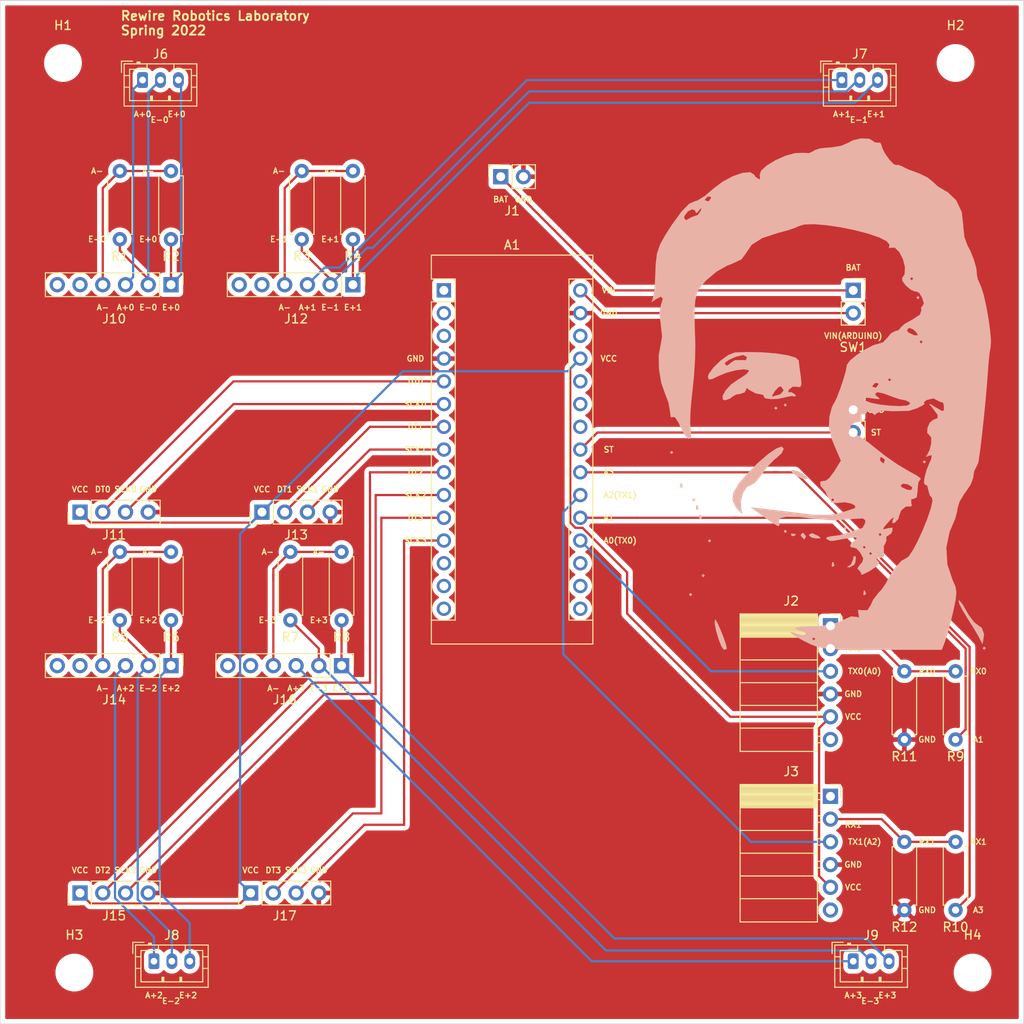
<source format=kicad_pcb>
(kicad_pcb (version 20171130) (host pcbnew "(5.1.9)-1")
  (layers (0 F.Cu signal) (31 B.Cu signal) (34 B.Paste user) (35 F.Paste user) (36 B.SilkS user) (37 F.SilkS user) (38 B.Mask user) (39 F.Mask user) (44 Edge.Cuts user))
  (net 0 "")
  (net 1 GND)
  (net 2 VCC)
  (net 3 /DT0)
  (net 4 /SCK0)
  (net 5 /SCK1)
  (net 6 /DT1)
  (net 7 /DT2)
  (net 8 /SCK2)
  (net 9 /DT3)
  (net 10 /SCK3)
  (net 11 /E+0)
  (net 12 /E-0)
  (net 13 /A+0)
  (net 14 /A+1)
  (net 15 /E-1)
  (net 16 /E+1)
  (net 17 /E+2)
  (net 18 /E-2)
  (net 19 /A+2)
  (net 20 /A+3)
  (net 21 /E-3)
  (net 22 /E+3)
  (net 23 /Sheet61D3CBFB/A-)
  (net 24 /sheet61D4E250/A-)
  (net 25 /sheet61D4EE5D/A-)
  (net 26 /sheet61D4FC90/A-)
  (net 27 "Net-(J12-Pad6)")
  (net 28 "Net-(J12-Pad5)")
  (net 29 "Net-(J14-Pad6)")
  (net 30 "Net-(J14-Pad5)")
  (net 31 "Net-(J16-Pad6)")
  (net 32 "Net-(J16-Pad5)")
  (net 33 "Net-(A1-Pad16)")
  (net 34 "Net-(A1-Pad15)")
  (net 35 "Net-(A1-Pad14)")
  (net 36 "Net-(A1-Pad13)")
  (net 37 "Net-(A1-Pad28)")
  (net 38 "Net-(A1-Pad26)")
  (net 39 "Net-(A1-Pad25)")
  (net 40 "Net-(A1-Pad24)")
  (net 41 "Net-(A1-Pad3)")
  (net 42 "Net-(A1-Pad18)")
  (net 43 "Net-(A1-Pad2)")
  (net 44 "Net-(A1-Pad17)")
  (net 45 "Net-(A1-Pad1)")
  (net 46 "Net-(J2-Pad6)")
  (net 47 "Net-(J2-Pad1)")
  (net 48 "Net-(J3-Pad6)")
  (net 49 "Net-(J3-Pad1)")
  (net 50 "Net-(#U1-PadB+)")
  (net 51 "Net-(#U1-PadB)")
  (net 52 /A3)
  (net 53 /A1)
  (net 54 /TX1)
  (net 55 /TX0)
  (net 56 /RX0)
  (net 57 /RX1)
  (net 58 /ST)
  (net 59 /VIN)
  (net 60 BAT)
  (module Connector_PinSocket_2.54mm:PinSocket_1x02_P2.54mm_Vertical (layer F.Cu) (at 107.315 44.45)
    (fp_text reference SW1 (at 0 6.35) (layer F.SilkS))
    (fp_text value SW_DIP_x01)
    (pad 2 thru_hole oval (at 0 2.54) (size 1.7 1.7) (drill 1) (layers *.Cu *.Mask) (net 59 /VIN))
    (pad 1 thru_hole rect (at 0 0) (size 1.7 1.7) (drill 1) (layers *.Cu *.Mask) (net 60 BAT))
  )
  (module Connector_PinSocket_2.54mm:PinSocket_1x02_P2.54mm_Vertical (layer F.Cu) (at 107.315 57.785)
    (fp_text reference D1 (at 0 -2.77) (layer F.SilkS))
    (fp_text value LED)
    (pad 2 thru_hole oval (at 0 2.54) (size 1.7 1.7) (drill 1) (layers *.Cu *.Mask) (net 58 /ST))
    (pad 1 thru_hole rect (at 0 0) (size 1.7 1.7) (drill 1) (layers *.Cu *.Mask) (net 1 GND))
  )
  (module Module:Arduino_Nano (layer F.Cu) (at 61.595 44.45)
    (fp_text reference A1 (at 7.62 -5.08) (layer F.SilkS))
    (fp_text value Arduino_Nano_Every)
    (pad 16 thru_hole oval (at 15.24 35.56) (size 1.6 1.6) (drill 1) (layers *.Cu *.Mask) (net 33 "Net-(A1-Pad16)"))
    (pad 15 thru_hole oval (at 0 35.56) (size 1.6 1.6) (drill 1) (layers *.Cu *.Mask) (net 34 "Net-(A1-Pad15)"))
    (pad 30 thru_hole oval (at 15.24 0) (size 1.6 1.6) (drill 1) (layers *.Cu *.Mask) (net 59 /VIN))
    (pad 14 thru_hole oval (at 0 33.02) (size 1.6 1.6) (drill 1) (layers *.Cu *.Mask) (net 35 "Net-(A1-Pad14)"))
    (pad 29 thru_hole oval (at 15.24 2.54) (size 1.6 1.6) (drill 1) (layers *.Cu *.Mask) (net 1 GND))
    (pad 13 thru_hole oval (at 0 30.48) (size 1.6 1.6) (drill 1) (layers *.Cu *.Mask) (net 36 "Net-(A1-Pad13)"))
    (pad 28 thru_hole oval (at 15.24 5.08) (size 1.6 1.6) (drill 1) (layers *.Cu *.Mask) (net 37 "Net-(A1-Pad28)"))
    (pad 12 thru_hole oval (at 0 27.94) (size 1.6 1.6) (drill 1) (layers *.Cu *.Mask) (net 10 /SCK3))
    (pad 27 thru_hole oval (at 15.24 7.62) (size 1.6 1.6) (drill 1) (layers *.Cu *.Mask) (net 2 VCC))
    (pad 11 thru_hole oval (at 0 25.4) (size 1.6 1.6) (drill 1) (layers *.Cu *.Mask) (net 9 /DT3))
    (pad 26 thru_hole oval (at 15.24 10.16) (size 1.6 1.6) (drill 1) (layers *.Cu *.Mask) (net 38 "Net-(A1-Pad26)"))
    (pad 10 thru_hole oval (at 0 22.86) (size 1.6 1.6) (drill 1) (layers *.Cu *.Mask) (net 8 /SCK2))
    (pad 25 thru_hole oval (at 15.24 12.7) (size 1.6 1.6) (drill 1) (layers *.Cu *.Mask) (net 39 "Net-(A1-Pad25)"))
    (pad 9 thru_hole oval (at 0 20.32) (size 1.6 1.6) (drill 1) (layers *.Cu *.Mask) (net 7 /DT2))
    (pad 24 thru_hole oval (at 15.24 15.24) (size 1.6 1.6) (drill 1) (layers *.Cu *.Mask) (net 40 "Net-(A1-Pad24)"))
    (pad 8 thru_hole oval (at 0 17.78) (size 1.6 1.6) (drill 1) (layers *.Cu *.Mask) (net 5 /SCK1))
    (pad 23 thru_hole oval (at 15.24 17.78) (size 1.6 1.6) (drill 1) (layers *.Cu *.Mask) (net 58 /ST))
    (pad 7 thru_hole oval (at 0 15.24) (size 1.6 1.6) (drill 1) (layers *.Cu *.Mask) (net 6 /DT1))
    (pad 22 thru_hole oval (at 15.24 20.32) (size 1.6 1.6) (drill 1) (layers *.Cu *.Mask) (net 52 /A3))
    (pad 6 thru_hole oval (at 0 12.7) (size 1.6 1.6) (drill 1) (layers *.Cu *.Mask) (net 4 /SCK0))
    (pad 21 thru_hole oval (at 15.24 22.86) (size 1.6 1.6) (drill 1) (layers *.Cu *.Mask) (net 54 /TX1))
    (pad 5 thru_hole oval (at 0 10.16) (size 1.6 1.6) (drill 1) (layers *.Cu *.Mask) (net 3 /DT0))
    (pad 20 thru_hole oval (at 15.24 25.4) (size 1.6 1.6) (drill 1) (layers *.Cu *.Mask) (net 53 /A1))
    (pad 4 thru_hole oval (at 0 7.62) (size 1.6 1.6) (drill 1) (layers *.Cu *.Mask) (net 1 GND))
    (pad 19 thru_hole oval (at 15.24 27.94) (size 1.6 1.6) (drill 1) (layers *.Cu *.Mask) (net 55 /TX0))
    (pad 3 thru_hole oval (at 0 5.08) (size 1.6 1.6) (drill 1) (layers *.Cu *.Mask) (net 41 "Net-(A1-Pad3)"))
    (pad 18 thru_hole oval (at 15.24 30.48) (size 1.6 1.6) (drill 1) (layers *.Cu *.Mask) (net 42 "Net-(A1-Pad18)"))
    (pad 2 thru_hole oval (at 0 2.54) (size 1.6 1.6) (drill 1) (layers *.Cu *.Mask) (net 43 "Net-(A1-Pad2)"))
    (pad 17 thru_hole oval (at 15.24 33.02) (size 1.6 1.6) (drill 1) (layers *.Cu *.Mask) (net 44 "Net-(A1-Pad17)"))
    (pad 1 thru_hole rect (at 0 0) (size 1.6 1.6) (drill 1) (layers *.Cu *.Mask) (net 45 "Net-(A1-Pad1)"))
  )
  (module Connector_JST:JST_PH_B3B-PH-K_1x03_P2.00mm_Vertical (layer F.Cu) (at 107.315 119.38)
    (fp_text reference J9 (at 2 -2.9) (layer F.SilkS))
    (fp_text value Conn_01x03)
    (pad 1 thru_hole roundrect (at 0 0) (size 1.2 1.75) (drill 0.75) (layers *.Cu *.Mask) (roundrect_rratio 0.2083325) (net 20 /A+3))
    (pad 2 thru_hole oval (at 2 0) (size 1.2 1.75) (drill 0.75) (layers *.Cu *.Mask) (net 21 /E-3))
    (pad 3 thru_hole oval (at 4 0) (size 1.2 1.75) (drill 0.75) (layers *.Cu *.Mask) (net 22 /E+3))
  )
  (module MountingHole:MountingHole_3.2mm_M3 (layer F.Cu) (at 120.65 120.65)
    (fp_text reference H4 (at 0 -4.2) (layer F.SilkS))
    (fp_text value MountingHole)
    (pad 1 np_thru_hole circle (at 0 0) (size 3.2 3.2) (drill 3.2) (layers *.Cu *.Mask))
  )
  (module MountingHole:MountingHole_3.2mm_M3 (layer F.Cu) (at 20.32 120.65)
    (fp_text reference H3 (at 0 -4.2) (layer F.SilkS))
    (fp_text value MountingHole)
    (pad 1 np_thru_hole circle (at 0 0) (size 3.2 3.2) (drill 3.2) (layers *.Cu *.Mask))
  )
  (module MountingHole:MountingHole_3.2mm_M3 (layer F.Cu) (at 118.745 19.05)
    (fp_text reference H2 (at 0 -4.2) (layer F.SilkS))
    (fp_text value MountingHole)
    (pad 1 np_thru_hole circle (at 0 0) (size 3.2 3.2) (drill 3.2) (layers *.Cu *.Mask))
  )
  (module MountingHole:MountingHole_3.2mm_M3 (layer F.Cu) (at 19.05 19.05)
    (fp_text reference H1 (at 0 -4.2) (layer F.SilkS))
    (fp_text value MountingHole)
    (pad 1 np_thru_hole circle (at 0 0) (size 3.2 3.2) (drill 3.2) (layers *.Cu *.Mask))
  )
  (module "Load Cell:james" (layer B.Cu) (at 104.14 54.61 180)
    (fp_text reference "#G***" hide)
    (fp_text value LOGO hide)
  )
  (module Connector_JST:JST_PH_B3B-PH-K_1x03_P2.00mm_Vertical (layer F.Cu) (at 29.21 119.38)
    (fp_text reference J8 (at 2 -2.9) (layer F.SilkS))
    (fp_text value Conn_01x03)
    (pad 3 thru_hole oval (at 4 0) (size 1.2 1.75) (drill 0.75) (layers *.Cu *.Mask) (net 17 /E+2))
    (pad 2 thru_hole oval (at 2 0) (size 1.2 1.75) (drill 0.75) (layers *.Cu *.Mask) (net 18 /E-2))
    (pad 1 thru_hole roundrect (at 0 0) (size 1.2 1.75) (drill 0.75) (layers *.Cu *.Mask) (roundrect_rratio 0.2083325) (net 19 /A+2))
  )
  (module Connector_PinHeader_2.54mm:PinHeader_1x06_P2.54mm_Vertical (layer F.Cu) (at 50.165 86.36 270)
    (fp_text reference J16 (at 3.81 6.35 180) (layer F.SilkS))
    (fp_text value Conn_01x06)
    (pad 1 thru_hole rect (at 0 0 270) (size 1.7 1.7) (drill 1) (layers *.Cu *.Mask) (net 22 /E+3))
    (pad 2 thru_hole oval (at 0 2.54 270) (size 1.7 1.7) (drill 1) (layers *.Cu *.Mask) (net 21 /E-3))
    (pad 3 thru_hole oval (at 0 5.08 270) (size 1.7 1.7) (drill 1) (layers *.Cu *.Mask) (net 20 /A+3))
    (pad 4 thru_hole oval (at 0 7.62 270) (size 1.7 1.7) (drill 1) (layers *.Cu *.Mask) (net 26 /sheet61D4FC90/A-))
    (pad 5 thru_hole oval (at 0 10.16 270) (size 1.7 1.7) (drill 1) (layers *.Cu *.Mask) (net 32 "Net-(J16-Pad5)"))
    (pad 6 thru_hole oval (at 0 12.7 270) (size 1.7 1.7) (drill 1) (layers *.Cu *.Mask) (net 31 "Net-(J16-Pad6)"))
  )
  (module Resistor_THT:R_Axial_DIN0207_L6.3mm_D2.5mm_P7.62mm_Horizontal (layer F.Cu) (at 113.03 113.665 90)
    (fp_text reference R12 (at -1.905 0 180) (layer F.SilkS))
    (fp_text value 2k)
    (pad 1 thru_hole circle (at 0 0 90) (size 1.6 1.6) (drill 0.8) (layers *.Cu *.Mask) (net 1 GND))
    (pad 2 thru_hole oval (at 7.62 0 90) (size 1.6 1.6) (drill 0.8) (layers *.Cu *.Mask) (net 57 /RX1))
  )
  (module Resistor_THT:R_Axial_DIN0207_L6.3mm_D2.5mm_P7.62mm_Horizontal (layer F.Cu) (at 113.03 86.995 270)
    (fp_text reference R11 (at 9.525 0 180) (layer F.SilkS))
    (fp_text value 2k)
    (pad 1 thru_hole circle (at 0 0 270) (size 1.6 1.6) (drill 0.8) (layers *.Cu *.Mask) (net 56 /RX0))
    (pad 2 thru_hole oval (at 7.62 0 270) (size 1.6 1.6) (drill 0.8) (layers *.Cu *.Mask) (net 1 GND))
  )
  (module Resistor_THT:R_Axial_DIN0207_L6.3mm_D2.5mm_P7.62mm_Horizontal (layer F.Cu) (at 118.745 106.045 270)
    (fp_text reference R10 (at 9.525 0 180) (layer F.SilkS))
    (fp_text value 1k)
    (pad 1 thru_hole circle (at 0 0 270) (size 1.6 1.6) (drill 0.8) (layers *.Cu *.Mask) (net 57 /RX1))
    (pad 2 thru_hole oval (at 7.62 0 270) (size 1.6 1.6) (drill 0.8) (layers *.Cu *.Mask) (net 52 /A3))
  )
  (module Resistor_THT:R_Axial_DIN0207_L6.3mm_D2.5mm_P7.62mm_Horizontal (layer F.Cu) (at 118.745 86.995 270)
    (fp_text reference R9 (at 9.525 0 180) (layer F.SilkS))
    (fp_text value 1k)
    (pad 1 thru_hole circle (at 0 0 270) (size 1.6 1.6) (drill 0.8) (layers *.Cu *.Mask) (net 56 /RX0))
    (pad 2 thru_hole oval (at 7.62 0 270) (size 1.6 1.6) (drill 0.8) (layers *.Cu *.Mask) (net 53 /A1))
  )
  (module Connector_PinSocket_2.54mm:PinSocket_1x02_P2.54mm_Vertical (layer F.Cu) (at 67.945 31.75 90)
    (fp_text reference J1 (at -3.81 1.27 180) (layer F.SilkS))
    (fp_text value Conn_01x02)
    (pad 1 thru_hole rect (at 0 0 90) (size 1.7 1.7) (drill 1) (layers *.Cu *.Mask) (net 60 BAT))
    (pad 2 thru_hole oval (at 0 2.54 90) (size 1.7 1.7) (drill 1) (layers *.Cu *.Mask) (net 1 GND))
  )
  (module Connector_PinSocket_2.54mm:PinSocket_1x06_P2.54mm_Horizontal (layer F.Cu) (at 104.775 81.915)
    (fp_text reference J2 (at -4.38 -2.77) (layer F.SilkS))
    (fp_text value Conn_01x06)
    (pad 6 thru_hole oval (at 0 12.7) (size 1.7 1.7) (drill 1) (layers *.Cu *.Mask) (net 46 "Net-(J2-Pad6)"))
    (pad 5 thru_hole oval (at 0 10.16) (size 1.7 1.7) (drill 1) (layers *.Cu *.Mask) (net 2 VCC))
    (pad 4 thru_hole oval (at 0 7.62) (size 1.7 1.7) (drill 1) (layers *.Cu *.Mask) (net 1 GND))
    (pad 3 thru_hole oval (at 0 5.08) (size 1.7 1.7) (drill 1) (layers *.Cu *.Mask) (net 55 /TX0))
    (pad 2 thru_hole oval (at 0 2.54) (size 1.7 1.7) (drill 1) (layers *.Cu *.Mask) (net 56 /RX0))
    (pad 1 thru_hole rect (at 0 0) (size 1.7 1.7) (drill 1) (layers *.Cu *.Mask) (net 47 "Net-(J2-Pad1)"))
  )
  (module Connector_PinSocket_2.54mm:PinSocket_1x06_P2.54mm_Horizontal (layer F.Cu) (at 104.775 100.965)
    (fp_text reference J3 (at -4.38 -2.77) (layer F.SilkS))
    (fp_text value Conn_01x06)
    (pad 1 thru_hole rect (at 0 0) (size 1.7 1.7) (drill 1) (layers *.Cu *.Mask) (net 49 "Net-(J3-Pad1)"))
    (pad 2 thru_hole oval (at 0 2.54) (size 1.7 1.7) (drill 1) (layers *.Cu *.Mask) (net 57 /RX1))
    (pad 3 thru_hole oval (at 0 5.08) (size 1.7 1.7) (drill 1) (layers *.Cu *.Mask) (net 54 /TX1))
    (pad 4 thru_hole oval (at 0 7.62) (size 1.7 1.7) (drill 1) (layers *.Cu *.Mask) (net 1 GND))
    (pad 5 thru_hole oval (at 0 10.16) (size 1.7 1.7) (drill 1) (layers *.Cu *.Mask) (net 2 VCC))
    (pad 6 thru_hole oval (at 0 12.7) (size 1.7 1.7) (drill 1) (layers *.Cu *.Mask) (net 48 "Net-(J3-Pad6)"))
  )
  (module Connector_JST:JST_PH_B3B-PH-K_1x03_P2.00mm_Vertical (layer F.Cu) (at 27.94 20.955)
    (fp_text reference J6 (at 2 -2.9) (layer F.SilkS))
    (fp_text value Conn_01x03)
    (pad 3 thru_hole oval (at 4 0) (size 1.2 1.75) (drill 0.75) (layers *.Cu *.Mask) (net 11 /E+0))
    (pad 2 thru_hole oval (at 2 0) (size 1.2 1.75) (drill 0.75) (layers *.Cu *.Mask) (net 12 /E-0))
    (pad 1 thru_hole roundrect (at 0 0) (size 1.2 1.75) (drill 0.75) (layers *.Cu *.Mask) (roundrect_rratio 0.2083325) (net 13 /A+0))
  )
  (module Connector_JST:JST_PH_B3B-PH-K_1x03_P2.00mm_Vertical (layer F.Cu) (at 106.045 20.955)
    (fp_text reference J7 (at 2 -2.9) (layer F.SilkS))
    (fp_text value Conn_01x03)
    (pad 1 thru_hole roundrect (at 0 0) (size 1.2 1.75) (drill 0.75) (layers *.Cu *.Mask) (roundrect_rratio 0.2083325) (net 14 /A+1))
    (pad 2 thru_hole oval (at 2 0) (size 1.2 1.75) (drill 0.75) (layers *.Cu *.Mask) (net 15 /E-1))
    (pad 3 thru_hole oval (at 4 0) (size 1.2 1.75) (drill 0.75) (layers *.Cu *.Mask) (net 16 /E+1))
  )
  (module Connector_PinHeader_2.54mm:PinHeader_1x06_P2.54mm_Vertical (layer F.Cu) (at 31.115 43.815 270)
    (fp_text reference J10 (at 3.81 6.35 180) (layer F.SilkS))
    (fp_text value Conn_01x06)
    (pad 6 thru_hole oval (at 0 12.7 270) (size 1.7 1.7) (drill 1) (layers *.Cu *.Mask) (net 50 "Net-(#U1-PadB+)"))
    (pad 5 thru_hole oval (at 0 10.16 270) (size 1.7 1.7) (drill 1) (layers *.Cu *.Mask) (net 51 "Net-(#U1-PadB)"))
    (pad 4 thru_hole oval (at 0 7.62 270) (size 1.7 1.7) (drill 1) (layers *.Cu *.Mask) (net 23 /Sheet61D3CBFB/A-))
    (pad 3 thru_hole oval (at 0 5.08 270) (size 1.7 1.7) (drill 1) (layers *.Cu *.Mask) (net 13 /A+0))
    (pad 2 thru_hole oval (at 0 2.54 270) (size 1.7 1.7) (drill 1) (layers *.Cu *.Mask) (net 12 /E-0))
    (pad 1 thru_hole rect (at 0 0 270) (size 1.7 1.7) (drill 1) (layers *.Cu *.Mask) (net 11 /E+0))
  )
  (module Connector_PinHeader_2.54mm:PinHeader_1x04_P2.54mm_Vertical (layer F.Cu) (at 20.955 69.215 90)
    (fp_text reference J11 (at -2.54 3.81 180) (layer F.SilkS))
    (fp_text value Conn_01x04)
    (pad 4 thru_hole oval (at 0 7.62 90) (size 1.7 1.7) (drill 1) (layers *.Cu *.Mask) (net 1 GND))
    (pad 3 thru_hole oval (at 0 5.08 90) (size 1.7 1.7) (drill 1) (layers *.Cu *.Mask) (net 4 /SCK0))
    (pad 2 thru_hole oval (at 0 2.54 90) (size 1.7 1.7) (drill 1) (layers *.Cu *.Mask) (net 3 /DT0))
    (pad 1 thru_hole rect (at 0 0 90) (size 1.7 1.7) (drill 1) (layers *.Cu *.Mask) (net 2 VCC))
  )
  (module Connector_PinHeader_2.54mm:PinHeader_1x06_P2.54mm_Vertical (layer F.Cu) (at 51.435 43.815 270)
    (fp_text reference J12 (at 3.81 6.35 180) (layer F.SilkS))
    (fp_text value Conn_01x06)
    (pad 1 thru_hole rect (at 0 0 270) (size 1.7 1.7) (drill 1) (layers *.Cu *.Mask) (net 16 /E+1))
    (pad 2 thru_hole oval (at 0 2.54 270) (size 1.7 1.7) (drill 1) (layers *.Cu *.Mask) (net 15 /E-1))
    (pad 3 thru_hole oval (at 0 5.08 270) (size 1.7 1.7) (drill 1) (layers *.Cu *.Mask) (net 14 /A+1))
    (pad 4 thru_hole oval (at 0 7.62 270) (size 1.7 1.7) (drill 1) (layers *.Cu *.Mask) (net 24 /sheet61D4E250/A-))
    (pad 5 thru_hole oval (at 0 10.16 270) (size 1.7 1.7) (drill 1) (layers *.Cu *.Mask) (net 28 "Net-(J12-Pad5)"))
    (pad 6 thru_hole oval (at 0 12.7 270) (size 1.7 1.7) (drill 1) (layers *.Cu *.Mask) (net 27 "Net-(J12-Pad6)"))
  )
  (module Connector_PinHeader_2.54mm:PinHeader_1x04_P2.54mm_Vertical (layer F.Cu) (at 41.275 69.215 90)
    (fp_text reference J13 (at -2.54 3.81 180) (layer F.SilkS))
    (fp_text value Conn_01x04)
    (pad 1 thru_hole rect (at 0 0 90) (size 1.7 1.7) (drill 1) (layers *.Cu *.Mask) (net 2 VCC))
    (pad 2 thru_hole oval (at 0 2.54 90) (size 1.7 1.7) (drill 1) (layers *.Cu *.Mask) (net 6 /DT1))
    (pad 3 thru_hole oval (at 0 5.08 90) (size 1.7 1.7) (drill 1) (layers *.Cu *.Mask) (net 5 /SCK1))
    (pad 4 thru_hole oval (at 0 7.62 90) (size 1.7 1.7) (drill 1) (layers *.Cu *.Mask) (net 1 GND))
  )
  (module Connector_PinHeader_2.54mm:PinHeader_1x06_P2.54mm_Vertical (layer F.Cu) (at 31.115 86.36 270)
    (fp_text reference J14 (at 3.81 6.35 180) (layer F.SilkS))
    (fp_text value Conn_01x06)
    (pad 6 thru_hole oval (at 0 12.7 270) (size 1.7 1.7) (drill 1) (layers *.Cu *.Mask) (net 29 "Net-(J14-Pad6)"))
    (pad 5 thru_hole oval (at 0 10.16 270) (size 1.7 1.7) (drill 1) (layers *.Cu *.Mask) (net 30 "Net-(J14-Pad5)"))
    (pad 4 thru_hole oval (at 0 7.62 270) (size 1.7 1.7) (drill 1) (layers *.Cu *.Mask) (net 25 /sheet61D4EE5D/A-))
    (pad 3 thru_hole oval (at 0 5.08 270) (size 1.7 1.7) (drill 1) (layers *.Cu *.Mask) (net 19 /A+2))
    (pad 2 thru_hole oval (at 0 2.54 270) (size 1.7 1.7) (drill 1) (layers *.Cu *.Mask) (net 18 /E-2))
    (pad 1 thru_hole rect (at 0 0 270) (size 1.7 1.7) (drill 1) (layers *.Cu *.Mask) (net 17 /E+2))
  )
  (module Connector_PinHeader_2.54mm:PinHeader_1x04_P2.54mm_Vertical (layer F.Cu) (at 20.955 111.76 90)
    (fp_text reference J15 (at -2.54 3.81) (layer F.SilkS))
    (fp_text value Conn_01x04)
    (pad 1 thru_hole rect (at 0 0 90) (size 1.7 1.7) (drill 1) (layers *.Cu *.Mask) (net 2 VCC))
    (pad 2 thru_hole oval (at 0 2.54 90) (size 1.7 1.7) (drill 1) (layers *.Cu *.Mask) (net 7 /DT2))
    (pad 3 thru_hole oval (at 0 5.08 90) (size 1.7 1.7) (drill 1) (layers *.Cu *.Mask) (net 8 /SCK2))
    (pad 4 thru_hole oval (at 0 7.62 90) (size 1.7 1.7) (drill 1) (layers *.Cu *.Mask) (net 1 GND))
  )
  (module Connector_PinHeader_2.54mm:PinHeader_1x04_P2.54mm_Vertical (layer F.Cu) (at 40.005 111.76 90)
    (fp_text reference J17 (at -2.54 3.81 180) (layer F.SilkS))
    (fp_text value Conn_01x04)
    (pad 4 thru_hole oval (at 0 7.62 90) (size 1.7 1.7) (drill 1) (layers *.Cu *.Mask) (net 1 GND))
    (pad 3 thru_hole oval (at 0 5.08 90) (size 1.7 1.7) (drill 1) (layers *.Cu *.Mask) (net 10 /SCK3))
    (pad 2 thru_hole oval (at 0 2.54 90) (size 1.7 1.7) (drill 1) (layers *.Cu *.Mask) (net 9 /DT3))
    (pad 1 thru_hole rect (at 0 0 90) (size 1.7 1.7) (drill 1) (layers *.Cu *.Mask) (net 2 VCC))
  )
  (module Resistor_THT:R_Axial_DIN0207_L6.3mm_D2.5mm_P7.62mm_Horizontal (layer F.Cu) (at 25.4 31.115 270)
    (fp_text reference R1 (at 9.525 0 180) (layer F.SilkS))
    (fp_text value 1k)
    (pad 1 thru_hole circle (at 0 0 270) (size 1.6 1.6) (drill 0.8) (layers *.Cu *.Mask) (net 23 /Sheet61D3CBFB/A-))
    (pad 2 thru_hole oval (at 7.62 0 270) (size 1.6 1.6) (drill 0.8) (layers *.Cu *.Mask) (net 12 /E-0))
  )
  (module Resistor_THT:R_Axial_DIN0207_L6.3mm_D2.5mm_P7.62mm_Horizontal (layer F.Cu) (at 31.115 31.115 270)
    (fp_text reference R2 (at 9.525 0 180) (layer F.SilkS))
    (fp_text value 1k)
    (pad 2 thru_hole oval (at 7.62 0 270) (size 1.6 1.6) (drill 0.8) (layers *.Cu *.Mask) (net 11 /E+0))
    (pad 1 thru_hole circle (at 0 0 270) (size 1.6 1.6) (drill 0.8) (layers *.Cu *.Mask) (net 23 /Sheet61D3CBFB/A-))
  )
  (module Resistor_THT:R_Axial_DIN0207_L6.3mm_D2.5mm_P7.62mm_Horizontal (layer F.Cu) (at 45.72 31.115 270)
    (fp_text reference R3 (at 9.525 0 180) (layer F.SilkS))
    (fp_text value 1k)
    (pad 1 thru_hole circle (at 0 0 270) (size 1.6 1.6) (drill 0.8) (layers *.Cu *.Mask) (net 24 /sheet61D4E250/A-))
    (pad 2 thru_hole oval (at 7.62 0 270) (size 1.6 1.6) (drill 0.8) (layers *.Cu *.Mask) (net 15 /E-1))
  )
  (module Resistor_THT:R_Axial_DIN0207_L6.3mm_D2.5mm_P7.62mm_Horizontal (layer F.Cu) (at 51.435 31.115 270)
    (fp_text reference R4 (at 9.525 0 180) (layer F.SilkS))
    (fp_text value 1k)
    (pad 2 thru_hole oval (at 7.62 0 270) (size 1.6 1.6) (drill 0.8) (layers *.Cu *.Mask) (net 16 /E+1))
    (pad 1 thru_hole circle (at 0 0 270) (size 1.6 1.6) (drill 0.8) (layers *.Cu *.Mask) (net 24 /sheet61D4E250/A-))
  )
  (module Resistor_THT:R_Axial_DIN0207_L6.3mm_D2.5mm_P7.62mm_Horizontal (layer F.Cu) (at 25.4 73.66 270)
    (fp_text reference R5 (at 9.525 0 180) (layer F.SilkS))
    (fp_text value 1k)
    (pad 2 thru_hole oval (at 7.62 0 270) (size 1.6 1.6) (drill 0.8) (layers *.Cu *.Mask) (net 18 /E-2))
    (pad 1 thru_hole circle (at 0 0 270) (size 1.6 1.6) (drill 0.8) (layers *.Cu *.Mask) (net 25 /sheet61D4EE5D/A-))
  )
  (module Resistor_THT:R_Axial_DIN0207_L6.3mm_D2.5mm_P7.62mm_Horizontal (layer F.Cu) (at 31.115 73.66 270)
    (fp_text reference R6 (at 9.525 0 180) (layer F.SilkS))
    (fp_text value 1k)
    (pad 1 thru_hole circle (at 0 0 270) (size 1.6 1.6) (drill 0.8) (layers *.Cu *.Mask) (net 25 /sheet61D4EE5D/A-))
    (pad 2 thru_hole oval (at 7.62 0 270) (size 1.6 1.6) (drill 0.8) (layers *.Cu *.Mask) (net 17 /E+2))
  )
  (module Resistor_THT:R_Axial_DIN0207_L6.3mm_D2.5mm_P7.62mm_Horizontal (layer F.Cu) (at 44.45 73.66 270)
    (fp_text reference R7 (at 9.525 0 180) (layer F.SilkS))
    (fp_text value 1k)
    (pad 2 thru_hole oval (at 7.62 0 270) (size 1.6 1.6) (drill 0.8) (layers *.Cu *.Mask) (net 21 /E-3))
    (pad 1 thru_hole circle (at 0 0 270) (size 1.6 1.6) (drill 0.8) (layers *.Cu *.Mask) (net 26 /sheet61D4FC90/A-))
  )
  (module Resistor_THT:R_Axial_DIN0207_L6.3mm_D2.5mm_P7.62mm_Horizontal (layer F.Cu) (at 50.165 73.66 270)
    (fp_text reference R8 (at 9.525 0 180) (layer F.SilkS))
    (fp_text value 1k)
    (pad 1 thru_hole circle (at 0 0 270) (size 1.6 1.6) (drill 0.8) (layers *.Cu *.Mask) (net 26 /sheet61D4FC90/A-))
    (pad 2 thru_hole oval (at 7.62 0 270) (size 1.6 1.6) (drill 0.8) (layers *.Cu *.Mask) (net 22 /E+3))
  )
  (gr_text "Rewire Robotics Laboratory\nSpring 2022" (at 25.4 14.605) (layer F.SilkS) (effects (font (size 1.016 1.016) (thickness 0.2032)) (justify left)))
  (gr_text "VIN(ARDUINO)" (at 107.315 49.53) (layer F.SilkS) (effects (font (size 0.635 0.635) (thickness 0.127))))
  (gr_text BAT (at 107.315 41.91) (layer F.SilkS) (effects (font (size 0.635 0.635) (thickness 0.127))))
  (gr_text GND (at 109.855 57.785) (layer F.SilkS) (effects (font (size 0.635 0.635) (thickness 0.127))))
  (gr_text "ST\n" (at 109.855 60.325) (layer F.SilkS) (effects (font (size 0.635 0.635) (thickness 0.127))))
  (gr_text ST (at 80.01 62.23) (layer F.SilkS) (effects (font (size 0.635 0.635) (thickness 0.127))))
  (gr_line (start 12.065 12.065) (end 12.065 126.365) (layer Edge.Cuts) (width 0.05))
  (gr_line (start 12.065 12.065) (end 126.365 12.065) (layer Edge.Cuts) (width 0.1))
  (gr_line (start 126.365 126.365) (end 12.065 126.365) (layer Edge.Cuts) (width 0.05))
  (gr_text GND (at 115.57 113.665) (layer F.SilkS) (effects (font (size 0.635 0.635) (thickness 0.127))))
  (gr_text A3 (at 121.285 113.665) (layer F.SilkS) (effects (font (size 0.635 0.635) (thickness 0.127))))
  (gr_text RX1 (at 121.285 106.045) (layer F.SilkS) (effects (font (size 0.635 0.635) (thickness 0.127))))
  (gr_text RX1 (at 115.57 106.045) (layer F.SilkS) (effects (font (size 0.635 0.635) (thickness 0.127))))
  (gr_text GND (at 115.57 94.615) (layer F.SilkS) (effects (font (size 0.635 0.635) (thickness 0.127))))
  (gr_text A1 (at 121.285 94.615) (layer F.SilkS) (effects (font (size 0.635 0.635) (thickness 0.127))))
  (gr_text RX0 (at 121.285 86.995) (layer F.SilkS) (effects (font (size 0.635 0.635) (thickness 0.127))))
  (gr_text RX0 (at 115.57 86.995) (layer F.SilkS) (effects (font (size 0.635 0.635) (thickness 0.127))))
  (gr_text VCC (at 107.315 111.125) (layer F.SilkS) (effects (font (size 0.635 0.635) (thickness 0.127))))
  (gr_text GND (at 107.315 108.585) (layer F.SilkS) (effects (font (size 0.635 0.635) (thickness 0.127))))
  (gr_text "TX1(A2)" (at 108.585 106.045) (layer F.SilkS) (effects (font (size 0.635 0.635) (thickness 0.127))))
  (gr_text RX1 (at 107.315 104.14) (layer F.SilkS) (effects (font (size 0.635 0.635) (thickness 0.127))))
  (gr_text VCC (at 107.315 92.075) (layer F.SilkS) (effects (font (size 0.635 0.635) (thickness 0.127))))
  (gr_text GND (at 107.315 89.535) (layer F.SilkS) (effects (font (size 0.635 0.635) (thickness 0.127))))
  (gr_text "TX0(A0)" (at 108.585 86.995) (layer F.SilkS) (effects (font (size 0.635 0.635) (thickness 0.127))))
  (gr_text RX0 (at 107.315 84.455) (layer F.SilkS) (effects (font (size 0.635 0.635) (thickness 0.127))))
  (gr_text "A2(TX1)" (at 81.28 67.31) (layer F.SilkS) (effects (font (size 0.635 0.635) (thickness 0.127))))
  (gr_text "A0(TX0)" (at 81.28 72.39) (layer F.SilkS) (effects (font (size 0.635 0.635) (thickness 0.127))))
  (gr_text A1 (at 80.01 69.85) (layer F.SilkS) (effects (font (size 0.635 0.635) (thickness 0.127))))
  (gr_text A3 (at 80.01 64.77) (layer F.SilkS) (effects (font (size 0.635 0.635) (thickness 0.127))))
  (gr_text VCC (at 80.01 52.07) (layer F.SilkS) (effects (font (size 0.635 0.635) (thickness 0.127))))
  (gr_text VIN (at 80.01 44.45) (layer F.SilkS) (effects (font (size 0.635 0.635) (thickness 0.127))))
  (gr_text GND (at 80.01 46.99) (layer F.SilkS) (effects (font (size 0.635 0.635) (thickness 0.127))))
  (gr_text DT3 (at 58.42 69.85) (layer F.SilkS) (effects (font (size 0.635 0.635) (thickness 0.127))))
  (gr_text SCK3 (at 58.42 72.39) (layer F.SilkS) (effects (font (size 0.635 0.635) (thickness 0.127))))
  (gr_text DT2 (at 58.42 64.77) (layer F.SilkS) (effects (font (size 0.635 0.635) (thickness 0.127))))
  (gr_text SCK2 (at 58.42 67.31) (layer F.SilkS) (effects (font (size 0.635 0.635) (thickness 0.127))))
  (gr_text DT1 (at 58.42 59.69) (layer F.SilkS) (effects (font (size 0.635 0.635) (thickness 0.127))))
  (gr_text SCK1 (at 58.42 62.23) (layer F.SilkS) (effects (font (size 0.635 0.635) (thickness 0.127))))
  (gr_text SCK0 (at 58.42 57.15) (layer F.SilkS) (effects (font (size 0.635 0.635) (thickness 0.127))))
  (gr_text DT0 (at 58.42 54.61) (layer F.SilkS) (effects (font (size 0.635 0.635) (thickness 0.127))))
  (gr_text GND (at 58.42 52.07) (layer F.SilkS) (effects (font (size 0.635 0.635) (thickness 0.127))))
  (gr_text GND (at 70.485 34.29) (layer F.SilkS) (effects (font (size 0.635 0.635) (thickness 0.127))))
  (gr_text BAT (at 67.945 34.29) (layer F.SilkS) (effects (font (size 0.635 0.635) (thickness 0.127))))
  (gr_text E-3 (at 41.91 81.28) (layer F.SilkS) (effects (font (size 0.635 0.635) (thickness 0.127))))
  (gr_text A- (at 47.625 73.66) (layer F.SilkS) (effects (font (size 0.635 0.635) (thickness 0.127))))
  (gr_text A- (at 41.91 73.66) (layer F.SilkS) (effects (font (size 0.635 0.635) (thickness 0.127))))
  (gr_text E+3 (at 47.625 81.28) (layer F.SilkS) (effects (font (size 0.635 0.635) (thickness 0.127))))
  (gr_text A- (at 28.575 73.66) (layer F.SilkS) (effects (font (size 0.635 0.635) (thickness 0.127))))
  (gr_text "E+2\n" (at 28.575 81.28) (layer F.SilkS) (effects (font (size 0.635 0.635) (thickness 0.127))))
  (gr_text A- (at 22.86 73.66) (layer F.SilkS) (effects (font (size 0.635 0.635) (thickness 0.127))))
  (gr_text E-2 (at 22.86 81.28) (layer F.SilkS) (effects (font (size 0.635 0.635) (thickness 0.127))))
  (gr_text A- (at 48.895 31.115) (layer F.SilkS) (effects (font (size 0.635 0.635) (thickness 0.127))))
  (gr_text E+1 (at 48.895 38.735) (layer F.SilkS) (effects (font (size 0.635 0.635) (thickness 0.127))))
  (gr_text A- (at 43.18 31.115) (layer F.SilkS) (effects (font (size 0.635 0.635) (thickness 0.127))))
  (gr_text E-1 (at 43.18 38.735) (layer F.SilkS) (effects (font (size 0.635 0.635) (thickness 0.127))))
  (gr_text A- (at 28.575 31.115) (layer F.SilkS) (effects (font (size 0.635 0.635) (thickness 0.127))))
  (gr_text E+0 (at 28.575 38.735) (layer F.SilkS) (effects (font (size 0.635 0.635) (thickness 0.127))))
  (gr_text A- (at 22.86 31.115) (layer F.SilkS) (effects (font (size 0.635 0.635) (thickness 0.127))))
  (gr_text E-0 (at 22.86 38.735) (layer F.SilkS) (effects (font (size 0.635 0.635) (thickness 0.127))))
  (gr_text GND (at 47.625 109.22) (layer F.SilkS) (effects (font (size 0.635 0.635) (thickness 0.127))))
  (gr_text VCC (at 40.005 109.22) (layer F.SilkS) (effects (font (size 0.635 0.635) (thickness 0.127))))
  (gr_text SCK3 (at 45.085 109.22) (layer F.SilkS) (effects (font (size 0.635 0.635) (thickness 0.127))))
  (gr_text DT3 (at 42.545 109.22) (layer F.SilkS) (effects (font (size 0.635 0.635) (thickness 0.127))))
  (gr_text GND (at 28.575 109.22) (layer F.SilkS) (effects (font (size 0.635 0.635) (thickness 0.127))))
  (gr_text VCC (at 20.955 109.22) (layer F.SilkS) (effects (font (size 0.635 0.635) (thickness 0.127))))
  (gr_text SCK2 (at 26.035 109.22) (layer F.SilkS) (effects (font (size 0.635 0.635) (thickness 0.127))))
  (gr_text DT2 (at 23.495 109.22) (layer F.SilkS) (effects (font (size 0.635 0.635) (thickness 0.127))))
  (gr_text GND (at 48.895 66.675) (layer F.SilkS) (effects (font (size 0.635 0.635) (thickness 0.127))))
  (gr_text VCC (at 41.275 66.675) (layer F.SilkS) (effects (font (size 0.635 0.635) (thickness 0.127))))
  (gr_text SCK1 (at 46.355 66.675) (layer F.SilkS) (effects (font (size 0.635 0.635) (thickness 0.127))))
  (gr_text DT1 (at 43.815 66.675) (layer F.SilkS) (effects (font (size 0.635 0.635) (thickness 0.127))))
  (gr_text VCC (at 20.955 66.675) (layer F.SilkS) (effects (font (size 0.635 0.635) (thickness 0.127))))
  (gr_text SCK0 (at 26.035 66.675) (layer F.SilkS) (effects (font (size 0.635 0.635) (thickness 0.127))))
  (gr_text GND (at 28.575 66.675) (layer F.SilkS) (effects (font (size 0.635 0.635) (thickness 0.127))))
  (gr_text DT0 (at 23.495 66.675) (layer F.SilkS) (effects (font (size 0.635 0.635) (thickness 0.127))))
  (gr_text A- (at 42.545 88.9) (layer F.SilkS) (effects (font (size 0.635 0.635) (thickness 0.127))))
  (gr_text E-3 (at 47.625 88.9) (layer F.SilkS) (effects (font (size 0.635 0.635) (thickness 0.127))))
  (gr_text E+3 (at 50.165 88.9) (layer F.SilkS) (effects (font (size 0.635 0.635) (thickness 0.127))))
  (gr_text A+3 (at 45.085 88.9) (layer F.SilkS) (effects (font (size 0.635 0.635) (thickness 0.127))))
  (gr_text A- (at 23.495 88.9) (layer F.SilkS) (effects (font (size 0.635 0.635) (thickness 0.127))))
  (gr_text E-2 (at 28.575 88.9) (layer F.SilkS) (effects (font (size 0.635 0.635) (thickness 0.127))))
  (gr_text E+2 (at 31.115 88.9) (layer F.SilkS) (effects (font (size 0.635 0.635) (thickness 0.127))))
  (gr_text A+2 (at 26.035 88.9) (layer F.SilkS) (effects (font (size 0.635 0.635) (thickness 0.127))))
  (gr_text A- (at 43.815 46.355) (layer F.SilkS) (effects (font (size 0.635 0.635) (thickness 0.127))))
  (gr_text E-1 (at 48.895 46.355) (layer F.SilkS) (effects (font (size 0.635 0.635) (thickness 0.127))))
  (gr_text E+1 (at 51.435 46.355) (layer F.SilkS) (effects (font (size 0.635 0.635) (thickness 0.127))))
  (gr_text A+1 (at 46.355 46.355) (layer F.SilkS) (effects (font (size 0.635 0.635) (thickness 0.127))))
  (gr_text E+0 (at 31.115 46.355) (layer F.SilkS) (effects (font (size 0.635 0.635) (thickness 0.127))))
  (gr_text "A+0\n" (at 26.035 46.355) (layer F.SilkS) (effects (font (size 0.635 0.635) (thickness 0.127))))
  (gr_text A- (at 23.495 46.355) (layer F.SilkS) (effects (font (size 0.635 0.635) (thickness 0.127))))
  (gr_text E-0 (at 28.575 46.355) (layer F.SilkS) (effects (font (size 0.635 0.635) (thickness 0.127))))
  (gr_text E-2 (at 31.115 123.825) (layer F.SilkS) (effects (font (size 0.635 0.635) (thickness 0.127))))
  (gr_text A+2 (at 29.21 123.19) (layer F.SilkS) (effects (font (size 0.635 0.635) (thickness 0.127))))
  (gr_text E+2 (at 33.02 123.19) (layer F.SilkS) (effects (font (size 0.635 0.635) (thickness 0.127))))
  (gr_text E-3 (at 109.22 123.825) (layer F.SilkS) (effects (font (size 0.635 0.635) (thickness 0.127))))
  (gr_text A+3 (at 107.315 123.19) (layer F.SilkS) (effects (font (size 0.635 0.635) (thickness 0.127))))
  (gr_text E+3 (at 111.125 123.19) (layer F.SilkS) (effects (font (size 0.635 0.635) (thickness 0.127))))
  (gr_text E-1 (at 107.95 25.4) (layer F.SilkS) (effects (font (size 0.635 0.635) (thickness 0.127))))
  (gr_text A+1 (at 106.045 24.765) (layer F.SilkS) (effects (font (size 0.635 0.635) (thickness 0.127))))
  (gr_text E+1 (at 109.855 24.765) (layer F.SilkS) (effects (font (size 0.635 0.635) (thickness 0.127))))
  (gr_text E+0 (at 31.75 24.765) (layer F.SilkS) (effects (font (size 0.635 0.635) (thickness 0.127))))
  (gr_text E-0 (at 29.845 25.4) (layer F.SilkS) (effects (font (size 0.635 0.635) (thickness 0.127))))
  (gr_text A+0 (at 27.94 24.765) (layer F.SilkS) (effects (font (size 0.635 0.635) (thickness 0.127))))
  (gr_line (start 126.365 12.065) (end 126.365 126.365) (layer Edge.Cuts) (width 0.1))
  (segment (start 40.099999 70.390001) (end 41.275 69.215) (width 0.25) (layer F.Cu) (net 2))
  (segment (start 22.130001 70.390001) (end 40.099999 70.390001) (width 0.25) (layer F.Cu) (net 2))
  (segment (start 20.955 69.215) (end 22.130001 70.390001) (width 0.25) (layer F.Cu) (net 2))
  (segment (start 38.829999 112.935001) (end 40.005 111.76) (width 0.25) (layer F.Cu) (net 2))
  (segment (start 41.180001 69.309999) (end 41.275 69.215) (width 0.25) (layer B.Cu) (net 2))
  (segment (start 41.275 69.215) (end 57.005001 53.484999) (width 0.25) (layer B.Cu) (net 2))
  (segment (start 93.584998 92.075) (end 82.059999 80.550001) (width 0.25) (layer F.Cu) (net 2))
  (segment (start 104.775 92.075) (end 93.584998 92.075) (width 0.25) (layer F.Cu) (net 2))
  (segment (start 104.775 111.125) (end 103.505 109.855) (width 0.25) (layer F.Cu) (net 2))
  (segment (start 103.505 93.345) (end 104.775 92.075) (width 0.25) (layer F.Cu) (net 2))
  (segment (start 103.505 109.855) (end 103.505 93.345) (width 0.25) (layer F.Cu) (net 2))
  (segment (start 20.955 111.76) (end 22.130001 112.935001) (width 0.25) (layer F.Cu) (net 2))
  (segment (start 22.130001 112.935001) (end 38.829999 112.935001) (width 0.25) (layer F.Cu) (net 2))
  (segment (start 38.829999 71.660001) (end 41.275 69.215) (width 0.25) (layer B.Cu) (net 2))
  (segment (start 38.829999 110.584999) (end 38.829999 71.660001) (width 0.25) (layer B.Cu) (net 2))
  (segment (start 40.005 111.76) (end 38.829999 110.584999) (width 0.25) (layer B.Cu) (net 2))
  (segment (start 75.420001 53.484999) (end 76.835 52.07) (width 0.25) (layer B.Cu) (net 2))
  (segment (start 57.005001 53.484999) (end 75.420001 53.484999) (width 0.25) (layer B.Cu) (net 2))
  (segment (start 75.709999 53.195001) (end 76.835 52.07) (width 0.25) (layer F.Cu) (net 2))
  (segment (start 75.709999 70.390001) (end 75.709999 53.195001) (width 0.25) (layer F.Cu) (net 2))
  (segment (start 76.294999 70.975001) (end 75.709999 70.390001) (width 0.25) (layer F.Cu) (net 2))
  (segment (start 77.085003 70.975001) (end 76.294999 70.975001) (width 0.25) (layer F.Cu) (net 2))
  (segment (start 82.059999 75.949997) (end 77.085003 70.975001) (width 0.25) (layer F.Cu) (net 2))
  (segment (start 82.059999 80.550001) (end 82.059999 75.949997) (width 0.25) (layer F.Cu) (net 2))
  (segment (start 23.495 69.215) (end 38.1 54.61) (width 0.25) (layer F.Cu) (net 3))
  (segment (start 38.1 54.61) (end 61.595 54.61) (width 0.25) (layer F.Cu) (net 3))
  (segment (start 26.035 69.215) (end 38.1 57.15) (width 0.25) (layer F.Cu) (net 4))
  (segment (start 38.1 57.15) (end 61.595 57.15) (width 0.25) (layer F.Cu) (net 4))
  (segment (start 53.34 62.23) (end 46.355 69.215) (width 0.25) (layer F.Cu) (net 5))
  (segment (start 53.34 62.23) (end 61.595 62.23) (width 0.25) (layer F.Cu) (net 5))
  (segment (start 43.815 69.215) (end 53.34 59.69) (width 0.25) (layer F.Cu) (net 6))
  (segment (start 53.34 59.69) (end 61.595 59.69) (width 0.25) (layer F.Cu) (net 6))
  (segment (start 53.34 64.77) (end 61.595 64.77) (width 0.25) (layer F.Cu) (net 7))
  (segment (start 53.34 88.265) (end 53.34 64.77) (width 0.25) (layer F.Cu) (net 7))
  (segment (start 46.99 88.265) (end 53.34 88.265) (width 0.25) (layer F.Cu) (net 7))
  (segment (start 23.495 111.76) (end 46.99 88.265) (width 0.25) (layer F.Cu) (net 7))
  (segment (start 48.26 89.535) (end 26.035 111.76) (width 0.25) (layer F.Cu) (net 8))
  (segment (start 53.975 89.535) (end 48.26 89.535) (width 0.25) (layer F.Cu) (net 8))
  (segment (start 53.975 67.31) (end 53.975 89.535) (width 0.25) (layer F.Cu) (net 8))
  (segment (start 53.975 67.31) (end 61.595 67.31) (width 0.25) (layer F.Cu) (net 8))
  (segment (start 54.61 69.85) (end 54.61 102.87) (width 0.25) (layer F.Cu) (net 9))
  (segment (start 51.435 102.87) (end 42.545 111.76) (width 0.25) (layer F.Cu) (net 9))
  (segment (start 54.61 102.87) (end 51.435 102.87) (width 0.25) (layer F.Cu) (net 9))
  (segment (start 54.61 69.85) (end 61.595 69.85) (width 0.25) (layer F.Cu) (net 9))
  (segment (start 57.15 104.14) (end 57.15 72.39) (width 0.25) (layer F.Cu) (net 10))
  (segment (start 52.705 104.14) (end 57.15 104.14) (width 0.25) (layer F.Cu) (net 10))
  (segment (start 45.085 111.76) (end 52.705 104.14) (width 0.25) (layer F.Cu) (net 10))
  (segment (start 57.15 72.39) (end 61.595 72.39) (width 0.25) (layer F.Cu) (net 10))
  (segment (start 31.115 40.005) (end 31.115 43.815) (width 0.25) (layer F.Cu) (net 11))
  (segment (start 32.240001 21.255001) (end 31.94 20.955) (width 0.25) (layer B.Cu) (net 11))
  (segment (start 32.240001 42.689999) (end 32.240001 21.255001) (width 0.25) (layer B.Cu) (net 11))
  (segment (start 31.115 43.815) (end 32.240001 42.689999) (width 0.25) (layer B.Cu) (net 11))
  (segment (start 31.115 40.005) (end 31.115 38.735) (width 0.25) (layer F.Cu) (net 11))
  (segment (start 28.575 43.18) (end 28.575 43.815) (width 0.25) (layer F.Cu) (net 12))
  (segment (start 25.4 40.005) (end 28.575 43.18) (width 0.25) (layer F.Cu) (net 12))
  (segment (start 28.575 22.32) (end 29.94 20.955) (width 0.25) (layer B.Cu) (net 12))
  (segment (start 28.575 43.815) (end 28.575 22.32) (width 0.25) (layer B.Cu) (net 12))
  (segment (start 25.4 40.005) (end 25.4 38.735) (width 0.25) (layer F.Cu) (net 12))
  (segment (start 26.884999 22.010001) (end 27.94 20.955) (width 0.25) (layer B.Cu) (net 13))
  (segment (start 26.884999 42.965001) (end 26.884999 22.010001) (width 0.25) (layer B.Cu) (net 13))
  (segment (start 26.035 43.815) (end 26.884999 42.965001) (width 0.25) (layer B.Cu) (net 13))
  (segment (start 48.26 41.91) (end 46.355 43.815) (width 0.25) (layer B.Cu) (net 14))
  (segment (start 49.925002 41.91) (end 48.26 41.91) (width 0.25) (layer B.Cu) (net 14))
  (segment (start 70.880002 20.955) (end 49.925002 41.91) (width 0.25) (layer B.Cu) (net 14))
  (segment (start 106.045 20.955) (end 70.880002 20.955) (width 0.25) (layer B.Cu) (net 14))
  (segment (start 48.895 43.18) (end 48.895 43.815) (width 0.25) (layer F.Cu) (net 15))
  (segment (start 45.72 40.005) (end 48.895 43.18) (width 0.25) (layer F.Cu) (net 15))
  (segment (start 53.645012 39.699988) (end 71.12 22.225) (width 0.25) (layer B.Cu) (net 15))
  (segment (start 53.010012 39.699988) (end 53.645012 39.699988) (width 0.25) (layer B.Cu) (net 15))
  (segment (start 48.895 43.815) (end 53.010012 39.699988) (width 0.25) (layer B.Cu) (net 15))
  (segment (start 107.83319 20.955) (end 108.045 20.955) (width 0.25) (layer B.Cu) (net 15))
  (segment (start 106.56319 22.225) (end 107.83319 20.955) (width 0.25) (layer B.Cu) (net 15))
  (segment (start 71.12 22.225) (end 106.56319 22.225) (width 0.25) (layer B.Cu) (net 15))
  (segment (start 45.72 40.005) (end 45.72 38.735) (width 0.25) (layer F.Cu) (net 15))
  (segment (start 51.435 40.005) (end 51.435 43.815) (width 0.25) (layer F.Cu) (net 16))
  (segment (start 51.925001 43.324999) (end 51.925001 42.689999) (width 0.25) (layer B.Cu) (net 16))
  (segment (start 51.435 43.815) (end 51.925001 43.324999) (width 0.25) (layer B.Cu) (net 16))
  (segment (start 51.925001 42.689999) (end 71.12 23.495) (width 0.25) (layer B.Cu) (net 16))
  (segment (start 107.505 23.495) (end 110.045 20.955) (width 0.25) (layer B.Cu) (net 16))
  (segment (start 71.12 23.495) (end 107.505 23.495) (width 0.25) (layer B.Cu) (net 16))
  (segment (start 51.435 40.005) (end 51.435 38.735) (width 0.25) (layer F.Cu) (net 16))
  (segment (start 31.115 82.55) (end 31.115 86.36) (width 0.25) (layer F.Cu) (net 17))
  (segment (start 29.845 111.76) (end 33.21 115.125) (width 0.25) (layer B.Cu) (net 17))
  (segment (start 33.21 115.125) (end 33.21 119.38) (width 0.25) (layer B.Cu) (net 17))
  (segment (start 29.845 87.63) (end 29.845 111.76) (width 0.25) (layer B.Cu) (net 17))
  (segment (start 31.115 86.36) (end 29.845 87.63) (width 0.25) (layer B.Cu) (net 17))
  (segment (start 31.115 82.55) (end 31.115 81.28) (width 0.25) (layer F.Cu) (net 17))
  (segment (start 28.575 85.725) (end 28.575 86.36) (width 0.25) (layer F.Cu) (net 18))
  (segment (start 25.4 82.55) (end 28.575 85.725) (width 0.25) (layer F.Cu) (net 18))
  (segment (start 28.575 86.36) (end 27.399999 87.535001) (width 0.25) (layer B.Cu) (net 18))
  (segment (start 31.21 119.38) (end 31.21 116.3) (width 0.25) (layer B.Cu) (net 18))
  (segment (start 27.399999 112.489999) (end 27.399999 87.535001) (width 0.25) (layer B.Cu) (net 18))
  (segment (start 31.21 116.3) (end 27.399999 112.489999) (width 0.25) (layer B.Cu) (net 18))
  (segment (start 25.4 82.55) (end 25.4 81.28) (width 0.25) (layer F.Cu) (net 18))
  (segment (start 29.21 116.674002) (end 29.21 119.38) (width 0.25) (layer B.Cu) (net 19))
  (segment (start 24.859999 112.324001) (end 29.21 116.674002) (width 0.25) (layer B.Cu) (net 19))
  (segment (start 24.859999 87.535001) (end 24.859999 112.324001) (width 0.25) (layer B.Cu) (net 19))
  (segment (start 26.035 86.36) (end 24.859999 87.535001) (width 0.25) (layer B.Cu) (net 19))
  (segment (start 78.105 119.38) (end 78.74 119.38) (width 0.25) (layer B.Cu) (net 20))
  (segment (start 45.085 86.36) (end 78.105 119.38) (width 0.25) (layer B.Cu) (net 20))
  (segment (start 107.315 119.38) (end 78.105 119.38) (width 0.25) (layer B.Cu) (net 20))
  (segment (start 47.625 85.725) (end 47.625 86.36) (width 0.25) (layer F.Cu) (net 21))
  (segment (start 109.10319 119.38) (end 109.315 119.38) (width 0.25) (layer B.Cu) (net 21))
  (segment (start 109.315 119.38) (end 108.11499 118.17999) (width 0.25) (layer B.Cu) (net 21))
  (segment (start 47.625 84.455) (end 44.45 81.28) (width 0.25) (layer F.Cu) (net 21))
  (segment (start 47.625 86.36) (end 47.625 84.455) (width 0.25) (layer F.Cu) (net 21))
  (segment (start 47.879998 86.36) (end 47.625 86.36) (width 0.25) (layer B.Cu) (net 21))
  (segment (start 79.699988 118.17999) (end 47.879998 86.36) (width 0.25) (layer B.Cu) (net 21))
  (segment (start 108.11499 118.17999) (end 79.699988 118.17999) (width 0.25) (layer B.Cu) (net 21))
  (segment (start 108.775 116.84) (end 111.315 119.38) (width 0.25) (layer B.Cu) (net 22))
  (segment (start 50.165 86.36) (end 50.165 81.28) (width 0.25) (layer F.Cu) (net 22))
  (segment (start 80.645 116.84) (end 50.165 86.36) (width 0.25) (layer B.Cu) (net 22))
  (segment (start 108.775 116.84) (end 80.645 116.84) (width 0.25) (layer B.Cu) (net 22))
  (segment (start 25.4 31.115) (end 31.115 31.115) (width 0.25) (layer F.Cu) (net 23))
  (segment (start 23.495 34.29) (end 23.495 43.815) (width 0.25) (layer F.Cu) (net 23))
  (segment (start 25.4 31.115) (end 23.495 33.02) (width 0.25) (layer F.Cu) (net 23))
  (segment (start 23.495 33.02) (end 23.495 34.29) (width 0.25) (layer F.Cu) (net 23))
  (segment (start 45.72 31.115) (end 51.435 31.115) (width 0.25) (layer F.Cu) (net 24))
  (segment (start 43.815 34.29) (end 43.815 43.815) (width 0.25) (layer F.Cu) (net 24))
  (segment (start 45.72 31.115) (end 43.815 33.02) (width 0.25) (layer F.Cu) (net 24))
  (segment (start 43.815 33.02) (end 43.815 34.29) (width 0.25) (layer F.Cu) (net 24))
  (segment (start 25.4 73.66) (end 31.115 73.66) (width 0.25) (layer F.Cu) (net 25))
  (segment (start 23.495 75.565) (end 25.4 73.66) (width 0.25) (layer F.Cu) (net 25))
  (segment (start 23.495 86.36) (end 23.495 75.565) (width 0.25) (layer F.Cu) (net 25))
  (segment (start 44.45 73.66) (end 50.165 73.66) (width 0.25) (layer F.Cu) (net 26))
  (segment (start 44.45 73.66) (end 42.545 75.565) (width 0.25) (layer F.Cu) (net 26))
  (segment (start 42.545 86.36) (end 42.545 81.519998) (width 0.25) (layer F.Cu) (net 26))
  (segment (start 42.545 81.519998) (end 42.545 76.2) (width 0.25) (layer F.Cu) (net 26))
  (segment (start 42.545 76.2) (end 42.545 76.835) (width 0.25) (layer F.Cu) (net 26))
  (segment (start 42.545 75.565) (end 42.545 76.2) (width 0.25) (layer F.Cu) (net 26))
  (segment (start 120.320012 84.278599) (end 100.811413 64.77) (width 0.25) (layer F.Cu) (net 52))
  (segment (start 120.320012 112.089988) (end 120.320012 84.278599) (width 0.25) (layer F.Cu) (net 52))
  (segment (start 100.811413 64.77) (end 98.425 64.77) (width 0.25) (layer F.Cu) (net 52))
  (segment (start 118.745 113.665) (end 120.320012 112.089988) (width 0.25) (layer F.Cu) (net 52))
  (segment (start 98.425 64.77) (end 98.821413 64.77) (width 0.25) (layer F.Cu) (net 52))
  (segment (start 83.185 64.77) (end 98.425 64.77) (width 0.25) (layer F.Cu) (net 52))
  (segment (start 83.185 64.77) (end 76.835 64.77) (width 0.25) (layer F.Cu) (net 52))
  (segment (start 118.745 94.615) (end 119.870001 93.489999) (width 0.25) (layer F.Cu) (net 53))
  (segment (start 93.98 69.85) (end 83.185 69.85) (width 0.25) (layer F.Cu) (net 53))
  (segment (start 94.375002 69.85) (end 93.98 69.85) (width 0.25) (layer F.Cu) (net 53))
  (segment (start 119.870001 84.464999) (end 119.870001 86.850001) (width 0.25) (layer F.Cu) (net 53))
  (segment (start 105.255002 69.85) (end 119.870001 84.464999) (width 0.25) (layer F.Cu) (net 53))
  (segment (start 93.98 69.85) (end 105.255002 69.85) (width 0.25) (layer F.Cu) (net 53))
  (segment (start 119.870001 86.850001) (end 119.870001 86.454999) (width 0.25) (layer F.Cu) (net 53))
  (segment (start 119.870001 93.489999) (end 119.870001 86.850001) (width 0.25) (layer F.Cu) (net 53))
  (segment (start 76.835 69.85) (end 83.185 69.85) (width 0.25) (layer F.Cu) (net 53))
  (segment (start 74.93 69.215) (end 76.835 67.31) (width 0.25) (layer B.Cu) (net 54))
  (segment (start 74.93 85.09) (end 74.93 69.215) (width 0.25) (layer B.Cu) (net 54))
  (segment (start 95.885 106.045) (end 74.93 85.09) (width 0.25) (layer B.Cu) (net 54))
  (segment (start 104.775 106.045) (end 95.885 106.045) (width 0.25) (layer B.Cu) (net 54))
  (segment (start 81.915 77.47) (end 91.44 86.995) (width 0.25) (layer B.Cu) (net 55))
  (segment (start 104.775 86.995) (end 91.44 86.995) (width 0.25) (layer B.Cu) (net 55))
  (segment (start 82.059999 77.614999) (end 81.915 77.47) (width 0.25) (layer B.Cu) (net 55))
  (segment (start 81.915 77.47) (end 76.835 72.39) (width 0.25) (layer B.Cu) (net 55))
  (segment (start 110.49 84.455) (end 113.03 86.995) (width 0.25) (layer F.Cu) (net 56))
  (segment (start 104.775 84.455) (end 110.49 84.455) (width 0.25) (layer F.Cu) (net 56))
  (segment (start 113.03 86.995) (end 114.16137 86.995) (width 0.25) (layer F.Cu) (net 56))
  (segment (start 114.16137 86.995) (end 118.745 86.995) (width 0.25) (layer F.Cu) (net 56))
  (segment (start 110.49 103.505) (end 113.03 106.045) (width 0.25) (layer F.Cu) (net 57))
  (segment (start 104.775 103.505) (end 110.49 103.505) (width 0.25) (layer F.Cu) (net 57))
  (segment (start 113.03 106.045) (end 118.745 106.045) (width 0.25) (layer F.Cu) (net 57))
  (segment (start 107.315 60.325) (end 78.74 60.325) (width 0.25) (layer F.Cu) (net 58))
  (segment (start 78.74 60.325) (end 76.835 62.23) (width 0.25) (layer F.Cu) (net 58))
  (segment (start 79.375 46.99) (end 76.835 44.45) (width 0.25) (layer F.Cu) (net 59))
  (segment (start 107.315 46.99) (end 79.375 46.99) (width 0.25) (layer F.Cu) (net 59))
  (segment (start 80.645 44.45) (end 67.945 31.75) (width 0.25) (layer F.Cu) (net 60))
  (segment (start 107.315 44.45) (end 80.645 44.45) (width 0.25) (layer F.Cu) (net 60))
  (zone (net 1) (net_name GND) (layer F.Cu) (connect_pads (clearance 0.508)) (min_thickness 0.254) (fill yes (arc_segments 32) (thermal_gap 0.508) (thermal_bridge_width 0.508))
    (polygon (pts (xy 126.365 126.365) (xy 12.065 126.365) (xy 12.065 12.065) (xy 126.365 12.065)))
  )
)
</source>
